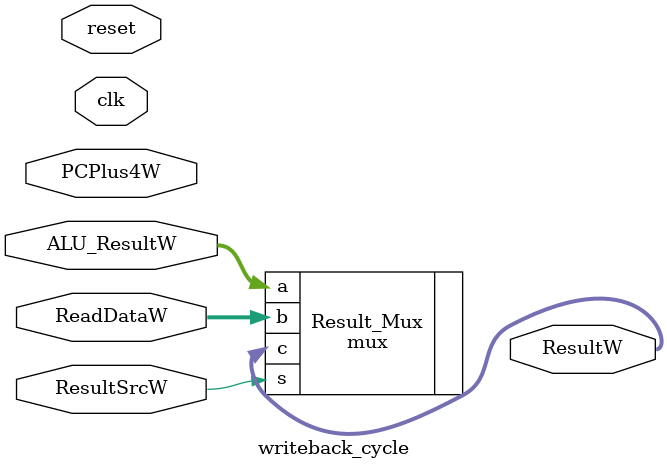
<source format=v>


module writeback_cycle(clk, reset, ResultSrcW, ALU_ResultW, ReadDataW, PCPlus4W, ResultW);

    input clk, reset, ResultSrcW;
    input[31:0] ALU_ResultW, ReadDataW, PCPlus4W;

    output[31:0] ResultW;

    // Mux is used to decide whether to write back ALU result (R-type/I-type instruction) or 
    // readDataW for (S-Type)
    mux Result_Mux(.a(ALU_ResultW),.b(ReadDataW),.s(ResultSrcW),.c(ResultW));




endmodule
</source>
